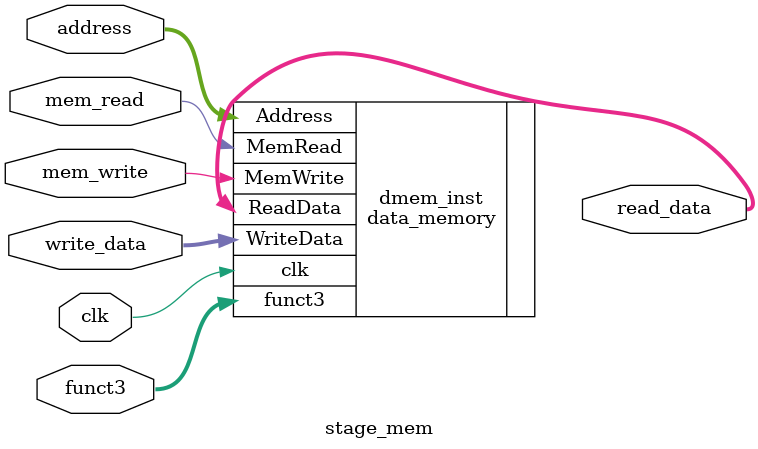
<source format=v>
module stage_mem (
    input wire clk,
    input wire mem_read,
    input wire mem_write,
    input wire [31:0] address,
    input wire [31:0] write_data,
    input wire [2:0] funct3,

    output wire [31:0] read_data
);

    data_memory dmem_inst (
        .clk(clk),
        .MemWrite(mem_write),
        .MemRead(mem_read),
        .Address(address),
        .WriteData(write_data),
        .funct3(funct3),
        .ReadData(read_data)
    );

endmodule
</source>
